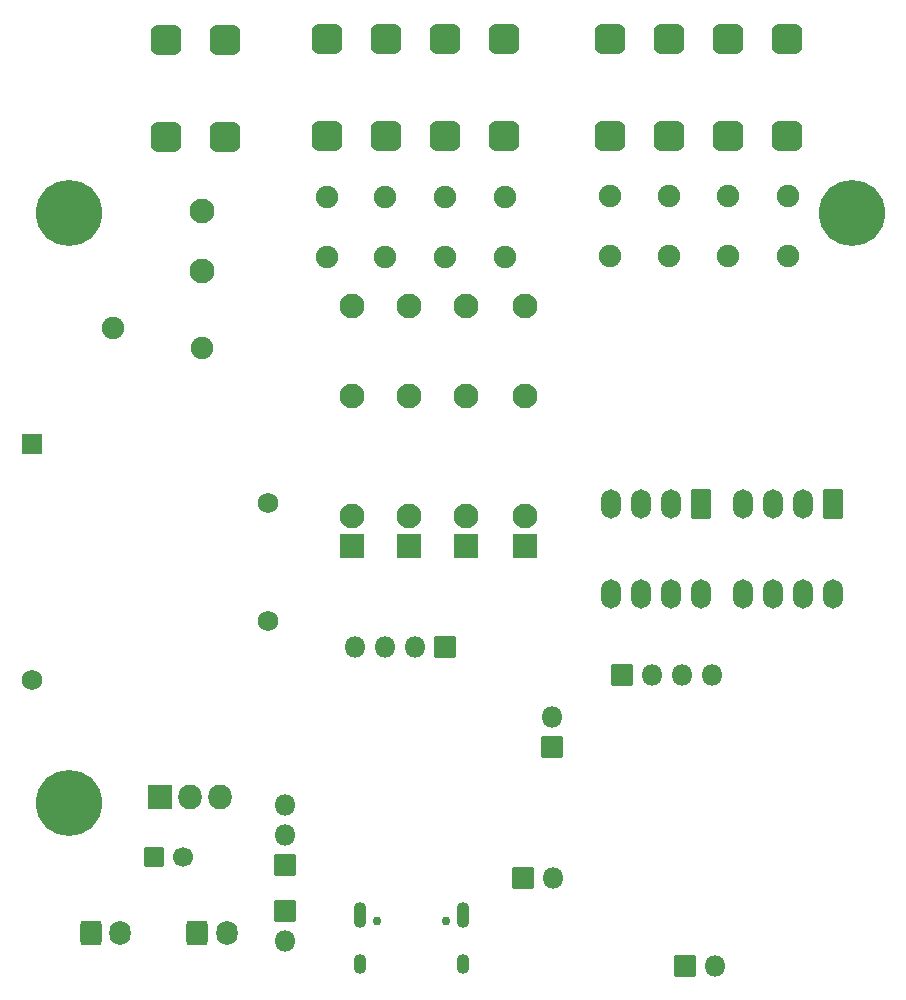
<source format=gbs>
G04 #@! TF.GenerationSoftware,KiCad,Pcbnew,(6.0.5)*
G04 #@! TF.CreationDate,2022-09-18T19:29:40+02:00*
G04 #@! TF.ProjectId,hamodule,68616d6f-6475-46c6-952e-6b696361645f,rev?*
G04 #@! TF.SameCoordinates,Original*
G04 #@! TF.FileFunction,Soldermask,Bot*
G04 #@! TF.FilePolarity,Negative*
%FSLAX46Y46*%
G04 Gerber Fmt 4.6, Leading zero omitted, Abs format (unit mm)*
G04 Created by KiCad (PCBNEW (6.0.5)) date 2022-09-18 19:29:40*
%MOMM*%
%LPD*%
G01*
G04 APERTURE LIST*
G04 Aperture macros list*
%AMRoundRect*
0 Rectangle with rounded corners*
0 $1 Rounding radius*
0 $2 $3 $4 $5 $6 $7 $8 $9 X,Y pos of 4 corners*
0 Add a 4 corners polygon primitive as box body*
4,1,4,$2,$3,$4,$5,$6,$7,$8,$9,$2,$3,0*
0 Add four circle primitives for the rounded corners*
1,1,$1+$1,$2,$3*
1,1,$1+$1,$4,$5*
1,1,$1+$1,$6,$7*
1,1,$1+$1,$8,$9*
0 Add four rect primitives between the rounded corners*
20,1,$1+$1,$2,$3,$4,$5,0*
20,1,$1+$1,$4,$5,$6,$7,0*
20,1,$1+$1,$6,$7,$8,$9,0*
20,1,$1+$1,$8,$9,$2,$3,0*%
G04 Aperture macros list end*
%ADD10RoundRect,0.050000X-0.850000X-0.850000X0.850000X-0.850000X0.850000X0.850000X-0.850000X0.850000X0*%
%ADD11O,1.800000X1.800000*%
%ADD12C,1.900000*%
%ADD13RoundRect,0.300000X-0.600000X-0.750000X0.600000X-0.750000X0.600000X0.750000X-0.600000X0.750000X0*%
%ADD14O,1.800000X2.100000*%
%ADD15RoundRect,0.050000X-0.825000X-0.825000X0.825000X-0.825000X0.825000X0.825000X-0.825000X0.825000X0*%
%ADD16C,1.750000*%
%ADD17RoundRect,0.050000X-0.952500X-1.000000X0.952500X-1.000000X0.952500X1.000000X-0.952500X1.000000X0*%
%ADD18O,2.005000X2.100000*%
%ADD19RoundRect,0.675000X0.625000X0.625000X-0.625000X0.625000X-0.625000X-0.625000X0.625000X-0.625000X0*%
%ADD20C,2.100000*%
%ADD21C,5.600000*%
%ADD22RoundRect,0.050000X-0.800000X1.200000X-0.800000X-1.200000X0.800000X-1.200000X0.800000X1.200000X0*%
%ADD23O,1.700000X2.500000*%
%ADD24RoundRect,0.050000X0.850000X-0.850000X0.850000X0.850000X-0.850000X0.850000X-0.850000X-0.850000X0*%
%ADD25RoundRect,0.050000X0.850000X0.850000X-0.850000X0.850000X-0.850000X-0.850000X0.850000X-0.850000X0*%
%ADD26C,0.750000*%
%ADD27O,1.100000X2.200000*%
%ADD28O,1.100000X1.700000*%
%ADD29RoundRect,0.050000X1.000000X-1.000000X1.000000X1.000000X-1.000000X1.000000X-1.000000X-1.000000X0*%
%ADD30RoundRect,0.050000X-0.800000X-0.800000X0.800000X-0.800000X0.800000X0.800000X-0.800000X0.800000X0*%
%ADD31C,1.700000*%
%ADD32RoundRect,0.050000X-0.850000X0.850000X-0.850000X-0.850000X0.850000X-0.850000X0.850000X0.850000X0*%
G04 APERTURE END LIST*
D10*
X150558500Y-144538700D03*
D11*
X150558500Y-147078700D03*
D12*
X136000800Y-95206450D03*
X143500800Y-96839780D03*
D13*
X143129000Y-146414000D03*
D14*
X145629000Y-146414000D03*
D15*
X129136100Y-105000000D03*
D16*
X129136100Y-125000000D03*
X149136100Y-120000000D03*
X149136100Y-110000000D03*
D17*
X139954000Y-134874000D03*
D18*
X142494000Y-134874000D03*
X145034000Y-134874000D03*
D19*
X169146500Y-78953500D03*
X169146500Y-70753501D03*
X164146500Y-78953500D03*
X164146500Y-70753501D03*
X159146500Y-78953500D03*
X159146500Y-70753501D03*
X154146500Y-78953500D03*
X154146500Y-70753501D03*
X145500100Y-78977099D03*
X145500100Y-70777100D03*
X140500100Y-78977099D03*
X140500100Y-70777100D03*
X193106500Y-78913499D03*
X193106500Y-70713500D03*
X188106500Y-78913499D03*
X188106500Y-70713500D03*
X183106500Y-78913499D03*
X183106500Y-70713500D03*
X178106500Y-78913499D03*
X178106500Y-70713500D03*
D20*
X143546500Y-85283500D03*
X143536500Y-90363500D03*
D21*
X198564500Y-85407500D03*
X132270500Y-85407500D03*
D22*
X185751274Y-110118320D03*
D23*
X183211274Y-110118320D03*
X180671274Y-110118320D03*
X178131274Y-110118320D03*
X178131274Y-117738320D03*
X180671274Y-117738320D03*
X183211274Y-117738320D03*
X185751274Y-117738320D03*
D22*
X196927274Y-110118320D03*
D23*
X194387274Y-110118320D03*
X191847274Y-110118320D03*
X189307274Y-110118320D03*
X189307274Y-117738320D03*
X191847274Y-117738320D03*
X194387274Y-117738320D03*
X196927274Y-117738320D03*
D13*
X134132000Y-146414000D03*
D14*
X136632000Y-146414000D03*
D24*
X179080000Y-124536600D03*
D11*
X181620000Y-124536600D03*
X184160000Y-124536600D03*
X186700000Y-124536600D03*
D24*
X184442100Y-149161500D03*
D11*
X186982100Y-149161500D03*
D25*
X150558500Y-140665200D03*
D11*
X150558500Y-138125200D03*
X150558500Y-135585200D03*
D25*
X173177200Y-130657600D03*
D11*
X173177200Y-128117600D03*
D12*
X183070500Y-89090500D03*
X183070500Y-84010500D03*
X193128900Y-89090500D03*
X193128900Y-84010500D03*
D24*
X170700700Y-141719300D03*
D11*
X173240700Y-141719300D03*
D12*
X154100000Y-89180000D03*
X154100000Y-84100000D03*
D26*
X164163000Y-145400900D03*
X158383000Y-145400900D03*
D27*
X165593000Y-144870900D03*
D28*
X156953000Y-149050900D03*
D27*
X156953000Y-144870900D03*
D28*
X165593000Y-149050900D03*
D12*
X188099700Y-89090500D03*
X188099700Y-84010500D03*
D29*
X156273000Y-113665000D03*
D20*
X156273000Y-111125000D03*
X156273000Y-100965000D03*
X156273000Y-93345000D03*
D29*
X161099000Y-113665000D03*
D20*
X161099000Y-111125000D03*
X161099000Y-100965000D03*
X161099000Y-93345000D03*
D12*
X164100000Y-89140000D03*
X164100000Y-84060000D03*
D29*
X170878000Y-113665000D03*
D20*
X170878000Y-111125000D03*
X170878000Y-100965000D03*
X170878000Y-93345000D03*
D29*
X165925000Y-113665000D03*
D20*
X165925000Y-111125000D03*
X165925000Y-100965000D03*
X165925000Y-93345000D03*
D30*
X139446000Y-139954000D03*
D31*
X141946000Y-139954000D03*
D12*
X178092100Y-89090500D03*
X178092100Y-84010500D03*
X169200000Y-89140000D03*
X169200000Y-84060000D03*
D32*
X164084000Y-122174000D03*
D11*
X161544000Y-122174000D03*
X159004000Y-122174000D03*
X156464000Y-122174000D03*
D21*
X132270500Y-135407500D03*
D12*
X159000000Y-89140000D03*
X159000000Y-84060000D03*
M02*

</source>
